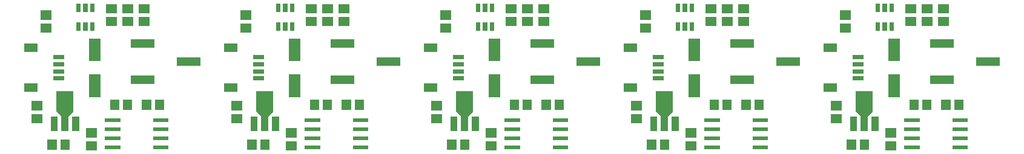
<source format=gbr>
G04 start of page 11 for group -4015 idx -4015 *
G04 Title: (unknown), toppaste *
G04 Creator: pcb 20140316 *
G04 CreationDate: Sun 13 Sep 2020 05:46:49 PM GMT UTC *
G04 For: railfan *
G04 Format: Gerber/RS-274X *
G04 PCB-Dimensions (mil): 5600.00 1200.00 *
G04 PCB-Coordinate-Origin: lower left *
%MOIN*%
%FSLAX25Y25*%
%LNTOPPASTE*%
%ADD67C,0.0001*%
%ADD66R,0.0945X0.0945*%
%ADD65R,0.0378X0.0378*%
%ADD64R,0.0469X0.0469*%
%ADD63R,0.0244X0.0244*%
%ADD62R,0.0200X0.0200*%
%ADD61R,0.0630X0.0630*%
%ADD60R,0.0512X0.0512*%
%ADD59R,0.0472X0.0472*%
%ADD58R,0.0236X0.0236*%
G54D58*X27630Y65874D02*X31370D01*
X27630Y61937D02*X31370D01*
X27630Y58000D02*X31370D01*
X27630Y54063D02*X31370D01*
G54D59*X13063Y70992D02*X15425D01*
X13063Y48945D02*X15425D01*
G54D60*X60457Y39893D02*Y39107D01*
X67543Y39893D02*Y39107D01*
G54D61*X49500Y53307D02*Y47008D01*
Y72992D02*Y66693D01*
G54D60*X77957Y39893D02*Y39107D01*
X85043Y39893D02*Y39107D01*
G54D62*X56000Y31000D02*X62500D01*
X56000Y26000D02*X62500D01*
X56000Y21000D02*X62500D01*
X56000Y16000D02*X62500D01*
X82500D02*X89000D01*
X82500Y21000D02*X89000D01*
X82500Y26000D02*X89000D01*
X82500Y31000D02*X89000D01*
G54D60*X25957Y17893D02*Y17107D01*
X33043Y17893D02*Y17107D01*
G54D63*X40520Y83827D02*Y81465D01*
X44260Y83827D02*Y81465D01*
X48000Y83827D02*Y81465D01*
Y94181D02*Y91819D01*
X44260Y94181D02*Y91819D01*
X40520Y94181D02*Y91819D01*
G54D60*X67107Y92543D02*X67893D01*
X67107Y85457D02*X67893D01*
X58107D02*X58893D01*
X58107Y92543D02*X58893D01*
X47107Y24043D02*X47893D01*
X47107Y16957D02*X47893D01*
X22107Y89043D02*X22893D01*
X22107Y81957D02*X22893D01*
X76107Y92543D02*X76893D01*
X76107Y85457D02*X76893D01*
G54D64*X71748Y73500D02*X80055D01*
X71748Y53500D02*X80055D01*
X96945Y63500D02*X105252D01*
G54D65*X27094Y31110D02*Y27016D01*
X33000Y38826D02*Y27016D01*
G54D66*Y42450D02*Y40560D01*
G54D67*G36*
X29695Y37255D02*X32535Y34415D01*
X31115Y32995D01*
X28275Y35835D01*
X29695Y37255D01*
G37*
G36*
X33465Y34415D02*X36305Y37255D01*
X37725Y35835D01*
X34885Y32995D01*
X33465Y34415D01*
G37*
G54D65*X38906Y31110D02*Y27016D01*
G54D60*X17107Y39043D02*X17893D01*
X17107Y31957D02*X17893D01*
G54D58*X137630Y65874D02*X141370D01*
X137630Y61937D02*X141370D01*
X137630Y58000D02*X141370D01*
X137630Y54063D02*X141370D01*
G54D59*X123063Y70992D02*X125425D01*
X123063Y48945D02*X125425D01*
G54D60*X170457Y39893D02*Y39107D01*
X177543Y39893D02*Y39107D01*
G54D61*X159500Y53307D02*Y47008D01*
Y72992D02*Y66693D01*
G54D60*X187957Y39893D02*Y39107D01*
X195043Y39893D02*Y39107D01*
G54D62*X166000Y31000D02*X172500D01*
X166000Y26000D02*X172500D01*
X166000Y21000D02*X172500D01*
X166000Y16000D02*X172500D01*
X192500D02*X199000D01*
X192500Y21000D02*X199000D01*
X192500Y26000D02*X199000D01*
X192500Y31000D02*X199000D01*
G54D60*X135957Y17893D02*Y17107D01*
X143043Y17893D02*Y17107D01*
G54D63*X150520Y83827D02*Y81465D01*
X154260Y83827D02*Y81465D01*
X158000Y83827D02*Y81465D01*
Y94181D02*Y91819D01*
X154260Y94181D02*Y91819D01*
X150520Y94181D02*Y91819D01*
G54D60*X177107Y92543D02*X177893D01*
X177107Y85457D02*X177893D01*
X168107D02*X168893D01*
X168107Y92543D02*X168893D01*
X157107Y24043D02*X157893D01*
X157107Y16957D02*X157893D01*
X132107Y89043D02*X132893D01*
X132107Y81957D02*X132893D01*
X186107Y92543D02*X186893D01*
X186107Y85457D02*X186893D01*
G54D64*X181748Y73500D02*X190055D01*
X181748Y53500D02*X190055D01*
X206945Y63500D02*X215252D01*
G54D65*X137094Y31110D02*Y27016D01*
X143000Y38826D02*Y27016D01*
G54D66*Y42450D02*Y40560D01*
G54D67*G36*
X139695Y37255D02*X142535Y34415D01*
X141115Y32995D01*
X138275Y35835D01*
X139695Y37255D01*
G37*
G36*
X143465Y34415D02*X146305Y37255D01*
X147725Y35835D01*
X144885Y32995D01*
X143465Y34415D01*
G37*
G54D65*X148906Y31110D02*Y27016D01*
G54D60*X127107Y39043D02*X127893D01*
X127107Y31957D02*X127893D01*
G54D58*X247630Y65874D02*X251370D01*
X247630Y61937D02*X251370D01*
X247630Y58000D02*X251370D01*
X247630Y54063D02*X251370D01*
G54D59*X233063Y70992D02*X235425D01*
X233063Y48945D02*X235425D01*
G54D60*X280457Y39893D02*Y39107D01*
X287543Y39893D02*Y39107D01*
G54D61*X269500Y53307D02*Y47008D01*
Y72992D02*Y66693D01*
G54D60*X297957Y39893D02*Y39107D01*
X305043Y39893D02*Y39107D01*
G54D62*X276000Y31000D02*X282500D01*
X276000Y26000D02*X282500D01*
X276000Y21000D02*X282500D01*
X276000Y16000D02*X282500D01*
X302500D02*X309000D01*
X302500Y21000D02*X309000D01*
X302500Y26000D02*X309000D01*
X302500Y31000D02*X309000D01*
G54D60*X245957Y17893D02*Y17107D01*
X253043Y17893D02*Y17107D01*
G54D63*X260520Y83827D02*Y81465D01*
X264260Y83827D02*Y81465D01*
X268000Y83827D02*Y81465D01*
Y94181D02*Y91819D01*
X264260Y94181D02*Y91819D01*
X260520Y94181D02*Y91819D01*
G54D60*X287107Y92543D02*X287893D01*
X287107Y85457D02*X287893D01*
X278107D02*X278893D01*
X278107Y92543D02*X278893D01*
X267107Y24043D02*X267893D01*
X267107Y16957D02*X267893D01*
X242107Y89043D02*X242893D01*
X242107Y81957D02*X242893D01*
X296107Y92543D02*X296893D01*
X296107Y85457D02*X296893D01*
G54D64*X291748Y73500D02*X300055D01*
X291748Y53500D02*X300055D01*
X316945Y63500D02*X325252D01*
G54D65*X247094Y31110D02*Y27016D01*
X253000Y38826D02*Y27016D01*
G54D66*Y42450D02*Y40560D01*
G54D67*G36*
X249695Y37255D02*X252535Y34415D01*
X251115Y32995D01*
X248275Y35835D01*
X249695Y37255D01*
G37*
G36*
X253465Y34415D02*X256305Y37255D01*
X257725Y35835D01*
X254885Y32995D01*
X253465Y34415D01*
G37*
G54D65*X258906Y31110D02*Y27016D01*
G54D60*X237107Y39043D02*X237893D01*
X237107Y31957D02*X237893D01*
G54D58*X357630Y65874D02*X361370D01*
X357630Y61937D02*X361370D01*
X357630Y58000D02*X361370D01*
X357630Y54063D02*X361370D01*
G54D59*X343063Y70992D02*X345425D01*
X343063Y48945D02*X345425D01*
G54D60*X390457Y39893D02*Y39107D01*
X397543Y39893D02*Y39107D01*
G54D61*X379500Y53307D02*Y47008D01*
Y72992D02*Y66693D01*
G54D60*X407957Y39893D02*Y39107D01*
X415043Y39893D02*Y39107D01*
G54D62*X386000Y31000D02*X392500D01*
X386000Y26000D02*X392500D01*
X386000Y21000D02*X392500D01*
X386000Y16000D02*X392500D01*
X412500D02*X419000D01*
X412500Y21000D02*X419000D01*
X412500Y26000D02*X419000D01*
X412500Y31000D02*X419000D01*
G54D60*X355957Y17893D02*Y17107D01*
X363043Y17893D02*Y17107D01*
G54D63*X370520Y83827D02*Y81465D01*
X374260Y83827D02*Y81465D01*
X378000Y83827D02*Y81465D01*
Y94181D02*Y91819D01*
X374260Y94181D02*Y91819D01*
X370520Y94181D02*Y91819D01*
G54D60*X397107Y92543D02*X397893D01*
X397107Y85457D02*X397893D01*
X388107D02*X388893D01*
X388107Y92543D02*X388893D01*
X377107Y24043D02*X377893D01*
X377107Y16957D02*X377893D01*
X352107Y89043D02*X352893D01*
X352107Y81957D02*X352893D01*
X406107Y92543D02*X406893D01*
X406107Y85457D02*X406893D01*
G54D64*X401748Y73500D02*X410055D01*
X401748Y53500D02*X410055D01*
X426945Y63500D02*X435252D01*
G54D65*X357094Y31110D02*Y27016D01*
X363000Y38826D02*Y27016D01*
G54D66*Y42450D02*Y40560D01*
G54D67*G36*
X359695Y37255D02*X362535Y34415D01*
X361115Y32995D01*
X358275Y35835D01*
X359695Y37255D01*
G37*
G36*
X363465Y34415D02*X366305Y37255D01*
X367725Y35835D01*
X364885Y32995D01*
X363465Y34415D01*
G37*
G54D65*X368906Y31110D02*Y27016D01*
G54D60*X347107Y39043D02*X347893D01*
X347107Y31957D02*X347893D01*
G54D58*X467630Y65874D02*X471370D01*
X467630Y61937D02*X471370D01*
X467630Y58000D02*X471370D01*
X467630Y54063D02*X471370D01*
G54D59*X453063Y70992D02*X455425D01*
X453063Y48945D02*X455425D01*
G54D60*X500457Y39893D02*Y39107D01*
X507543Y39893D02*Y39107D01*
G54D61*X489500Y53307D02*Y47008D01*
Y72992D02*Y66693D01*
G54D60*X517957Y39893D02*Y39107D01*
X525043Y39893D02*Y39107D01*
G54D62*X496000Y31000D02*X502500D01*
X496000Y26000D02*X502500D01*
X496000Y21000D02*X502500D01*
X496000Y16000D02*X502500D01*
X522500D02*X529000D01*
X522500Y21000D02*X529000D01*
X522500Y26000D02*X529000D01*
X522500Y31000D02*X529000D01*
G54D60*X465957Y17893D02*Y17107D01*
X473043Y17893D02*Y17107D01*
G54D63*X480520Y83827D02*Y81465D01*
X484260Y83827D02*Y81465D01*
X488000Y83827D02*Y81465D01*
Y94181D02*Y91819D01*
X484260Y94181D02*Y91819D01*
X480520Y94181D02*Y91819D01*
G54D60*X507107Y92543D02*X507893D01*
X507107Y85457D02*X507893D01*
X498107D02*X498893D01*
X498107Y92543D02*X498893D01*
X487107Y24043D02*X487893D01*
X487107Y16957D02*X487893D01*
X462107Y89043D02*X462893D01*
X462107Y81957D02*X462893D01*
X516107Y92543D02*X516893D01*
X516107Y85457D02*X516893D01*
G54D64*X511748Y73500D02*X520055D01*
X511748Y53500D02*X520055D01*
X536945Y63500D02*X545252D01*
G54D65*X467094Y31110D02*Y27016D01*
X473000Y38826D02*Y27016D01*
G54D66*Y42450D02*Y40560D01*
G54D67*G36*
X469695Y37255D02*X472535Y34415D01*
X471115Y32995D01*
X468275Y35835D01*
X469695Y37255D01*
G37*
G36*
X473465Y34415D02*X476305Y37255D01*
X477725Y35835D01*
X474885Y32995D01*
X473465Y34415D01*
G37*
G54D65*X478906Y31110D02*Y27016D01*
G54D60*X457107Y39043D02*X457893D01*
X457107Y31957D02*X457893D01*
M02*

</source>
